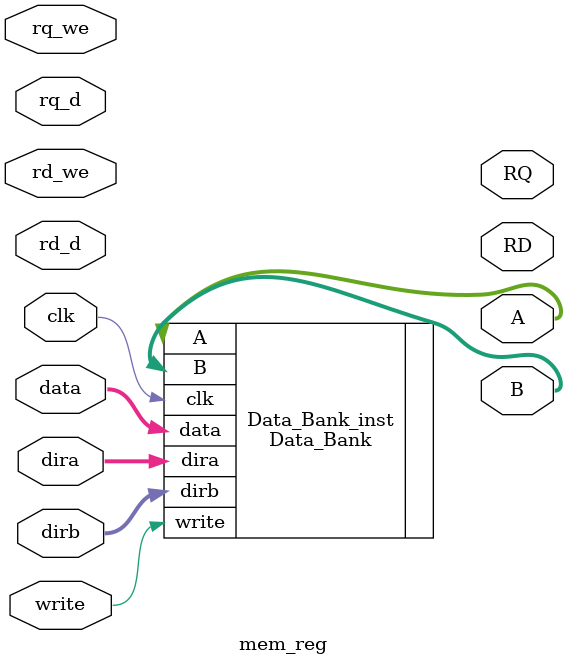
<source format=v>
module mem_reg ( clk, write, dira, dirb, data, A, B, rq_we, rq_d, RQ, rd_we, 
        rd_d, RD );
  input [4:0] dira;
  input [4:0] dirb;
  input [23:0] data;
  output [23:0] A;
  output [23:0] B;
  input [23:0] rq_d;
  output [23:0] RQ;
  input [23:0] rd_d;
  output [23:0] RD;
  input clk, write, rq_we, rd_we;


  Data_Bank Data_Bank_inst ( .clk(clk), .write(write), .dira(dira), .data(data), .A(A), .dirb(dirb), .B(B) );
endmodule

</source>
